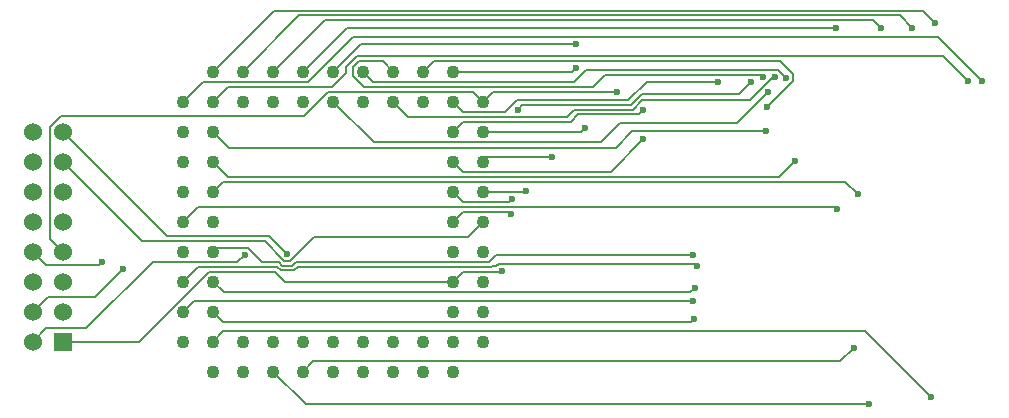
<source format=gbr>
%TF.GenerationSoftware,KiCad,Pcbnew,8.0.2-1*%
%TF.CreationDate,2024-05-11T10:02:20-04:00*%
%TF.ProjectId,Rom 01 IIgs RGBToHDMI,526f6d20-3031-4204-9949-677320524742,rev?*%
%TF.SameCoordinates,Original*%
%TF.FileFunction,Copper,L2,Bot*%
%TF.FilePolarity,Positive*%
%FSLAX46Y46*%
G04 Gerber Fmt 4.6, Leading zero omitted, Abs format (unit mm)*
G04 Created by KiCad (PCBNEW 8.0.2-1) date 2024-05-11 10:02:20*
%MOMM*%
%LPD*%
G01*
G04 APERTURE LIST*
%TA.AperFunction,ComponentPad*%
%ADD10R,1.524000X1.524000*%
%TD*%
%TA.AperFunction,ComponentPad*%
%ADD11C,1.524000*%
%TD*%
%TA.AperFunction,ComponentPad*%
%ADD12C,1.100000*%
%TD*%
%TA.AperFunction,ViaPad*%
%ADD13C,0.600000*%
%TD*%
%TA.AperFunction,Conductor*%
%ADD14C,0.200000*%
%TD*%
G04 APERTURE END LIST*
D10*
%TO.P,J1,1*%
%TO.N,Net-(U1-VID4)*%
X77470000Y-96520000D03*
D11*
%TO.P,J1,2*%
%TO.N,Net-(U1-VID8)*%
X74930000Y-96520000D03*
%TO.P,J1,3*%
%TO.N,Net-(U1-VID0)*%
X77470000Y-93980000D03*
%TO.P,J1,4*%
%TO.N,Net-(U1-VID5)*%
X74930000Y-93980000D03*
%TO.P,J1,5*%
%TO.N,Net-(U1-VID9)*%
X77470000Y-91440000D03*
%TO.P,J1,6*%
%TO.N,Net-(U1-VID1)*%
X74930000Y-91440000D03*
%TO.P,J1,7*%
%TO.N,Net-(U1-VSS)*%
X77470000Y-88900000D03*
%TO.P,J1,8*%
%TO.N,Net-(U1-VID6)*%
X74930000Y-88900000D03*
%TO.P,J1,9*%
%TO.N,Net-(U1-VID10)*%
X77470000Y-86360000D03*
%TO.P,J1,10*%
%TO.N,Net-(U1-VID2)*%
X74930000Y-86360000D03*
%TO.P,J1,11*%
%TO.N,Net-(U1-VID11)*%
X77470000Y-83820000D03*
%TO.P,J1,12*%
%TO.N,Net-(U1-COMP-SYN)*%
X74930000Y-83820000D03*
%TO.P,J1,13*%
%TO.N,Net-(U1-VID7)*%
X77470000Y-81280000D03*
%TO.P,J1,14*%
%TO.N,Net-(U1-COMP-SYN)*%
X74930000Y-81280000D03*
%TO.P,J1,15*%
%TO.N,Net-(U1-VID3)*%
X77470000Y-78740000D03*
%TO.P,J1,16*%
%TO.N,Net-(J1-Pad16)*%
X74930000Y-78740000D03*
%TD*%
D12*
%TO.P,U2,1,VID7*%
%TO.N,Net-(U1-VID7)*%
X113030000Y-86360000D03*
%TO.P,U2,2,VID8*%
%TO.N,Net-(U1-VID8)*%
X110490000Y-86360000D03*
%TO.P,U2,3,VID9*%
%TO.N,Net-(U1-VID9)*%
X113030000Y-83820000D03*
%TO.P,U2,4,VID10*%
%TO.N,Net-(U1-VID10)*%
X110490000Y-83820000D03*
%TO.P,U2,5,VID11*%
%TO.N,Net-(U1-VID11)*%
X113030000Y-81280000D03*
%TO.P,U2,6,COMP-SYN*%
%TO.N,Net-(U1-COMP-SYN)*%
X110490000Y-81280000D03*
%TO.P,U2,7,MONO-COLOR*%
%TO.N,Net-(U1-MONO-COLOR)*%
X113030000Y-78740000D03*
%TO.P,U2,8,VDD*%
%TO.N,Net-(J1-Pad16)*%
X110490000Y-78740000D03*
%TO.P,U2,9,VSS*%
%TO.N,Net-(U1-VSS)*%
X113030000Y-76200000D03*
%TO.P,U2,10,14M*%
%TO.N,Net-(U1-14M)*%
X110490000Y-73660000D03*
%TO.P,U2,11,28M*%
%TO.N,Net-(U1-28M)*%
X110490000Y-76200000D03*
%TO.P,U2,12,AD7*%
%TO.N,Net-(U1-AD7)*%
X107950000Y-73660000D03*
%TO.P,U2,13,AD6*%
%TO.N,Net-(U1-AD6)*%
X107950000Y-76200000D03*
%TO.P,U2,14,AD5*%
%TO.N,Net-(U1-AD5)*%
X105410000Y-73660000D03*
%TO.P,U2,15,AD4*%
%TO.N,Net-(U1-AD4)*%
X105410000Y-76200000D03*
%TO.P,U2,16,AD3*%
%TO.N,Net-(U1-AD3)*%
X102870000Y-73660000D03*
%TO.P,U2,17,AD2*%
%TO.N,Net-(U1-AD2)*%
X102870000Y-76200000D03*
%TO.P,U2,18,AD1*%
%TO.N,Net-(U1-AD1)*%
X100330000Y-73660000D03*
%TO.P,U2,19,AD0*%
%TO.N,Net-(U1-AD0)*%
X100330000Y-76200000D03*
%TO.P,U2,20,RGB8*%
%TO.N,Net-(U1-RGB8)*%
X97790000Y-73660000D03*
%TO.P,U2,21,RGB4*%
%TO.N,Net-(U1-RGB4)*%
X97790000Y-76200000D03*
%TO.P,U2,22,RGB2*%
%TO.N,Net-(U1-RGB2)*%
X95250000Y-73660000D03*
%TO.P,U2,23,RGB1*%
%TO.N,Net-(U1-RGB1)*%
X95250000Y-76200000D03*
%TO.P,U2,24,BD0*%
%TO.N,Net-(U1-BD0)*%
X92710000Y-73660000D03*
%TO.P,U2,25,BD1*%
%TO.N,Net-(U1-BD1)*%
X92710000Y-76200000D03*
%TO.P,U2,26,BD2*%
%TO.N,Net-(U1-BD2)*%
X90170000Y-73660000D03*
%TO.P,U2,27,BD3*%
%TO.N,Net-(U1-BD3)*%
X87630000Y-76200000D03*
%TO.P,U2,28,BD4*%
%TO.N,Net-(U1-BD4)*%
X90170000Y-76200000D03*
%TO.P,U2,29,DB5*%
%TO.N,Net-(U1-DB5)*%
X87630000Y-78740000D03*
%TO.P,U2,30,BD6*%
%TO.N,Net-(U1-BD6)*%
X90170000Y-78740000D03*
%TO.P,U2,31,BD7*%
%TO.N,Net-(U1-BD7)*%
X87630000Y-81280000D03*
%TO.P,U2,32,RA0*%
%TO.N,Net-(U1-RA0)*%
X90170000Y-81280000D03*
%TO.P,U2,33,RA1*%
%TO.N,Net-(U1-RA1)*%
X87630000Y-83820000D03*
%TO.P,U2,34,RA2*%
%TO.N,Net-(U1-RA2)*%
X90170000Y-83820000D03*
%TO.P,U2,35,RA3*%
%TO.N,Net-(U1-RA3)*%
X87630000Y-86360000D03*
%TO.P,U2,36,RA4*%
%TO.N,Net-(U1-RA4)*%
X90170000Y-86360000D03*
%TO.P,U2,37,RA5*%
%TO.N,Net-(U1-RA5)*%
X87630000Y-88900000D03*
%TO.P,U2,38,RA6*%
%TO.N,Net-(U1-RA6)*%
X90170000Y-88900000D03*
%TO.P,U2,39,RA7*%
%TO.N,Net-(U1-RA7)*%
X87630000Y-91440000D03*
%TO.P,U2,40,EXTIRQ*%
%TO.N,Net-(U1-EXTIRQ)*%
X90170000Y-91440000D03*
%TO.P,U2,41,IRQ*%
%TO.N,Net-(U1-IRQ)*%
X87630000Y-93980000D03*
%TO.P,U2,42,TEST*%
%TO.N,Net-(U1-TEST)*%
X90170000Y-93980000D03*
%TO.P,U2,43,SYNC*%
%TO.N,Net-(U1-SYNC)*%
X87630000Y-96520000D03*
%TO.P,U2,44,PDC*%
%TO.N,Net-(U1-PDC)*%
X90170000Y-99060000D03*
%TO.P,U2,45,PH0*%
%TO.N,Net-(U1-PH0)*%
X90170000Y-96520000D03*
%TO.P,U2,46,R/\u002AW*%
%TO.N,Net-(U1-R{slash}\u002AW)*%
X92710000Y-99060000D03*
%TO.P,U2,47,RESET*%
%TO.N,Net-(U1-RESET)*%
X92710000Y-96520000D03*
%TO.P,U2,48,FLIP7*%
%TO.N,Net-(U1-FLIP7)*%
X95250000Y-99060000D03*
%TO.P,U2,49,FLIP6*%
%TO.N,Net-(U1-FLIP6)*%
X95250000Y-96520000D03*
%TO.P,U2,50,A12*%
%TO.N,Net-(U1-A12)*%
X97790000Y-99060000D03*
%TO.P,U2,51,HDSEL*%
%TO.N,Net-(U1-HDSEL)*%
X97790000Y-96520000D03*
%TO.P,U2,52,VBL*%
%TO.N,Net-(U1-VBL)*%
X100330000Y-99060000D03*
%TO.P,U2,53,M2SEL/CA*%
%TO.N,Net-(U1-M2SEL{slash}CA)*%
X100330000Y-96520000D03*
%TO.P,U2,54,CLKCS*%
%TO.N,Net-(U1-CLKCS)*%
X102870000Y-99060000D03*
%TO.P,U2,55,DATA*%
%TO.N,Net-(U1-DATA)*%
X102870000Y-96520000D03*
%TO.P,U2,56,CLK*%
%TO.N,Net-(U1-CLK)*%
X105410000Y-99060000D03*
%TO.P,U2,57,1SEC*%
%TO.N,Net-(U1-1SEC)*%
X105410000Y-96520000D03*
%TO.P,U2,58,VDD*%
%TO.N,Net-(U1-VDD-Pad58)*%
X107950000Y-99060000D03*
%TO.P,U2,59,VDD*%
%TO.N,Net-(U1-VDD-Pad59)*%
X107950000Y-96520000D03*
%TO.P,U2,60,STRETCH*%
%TO.N,Net-(U1-STRETCH)*%
X110490000Y-99060000D03*
%TO.P,U2,61,EN35*%
%TO.N,Net-(U1-EN35)*%
X113030000Y-96520000D03*
%TO.P,U2,62,VID0*%
%TO.N,Net-(U1-VID0)*%
X110490000Y-96520000D03*
%TO.P,U2,63,VID1*%
%TO.N,Net-(U1-VID1)*%
X113030000Y-93980000D03*
%TO.P,U2,64,VID2*%
%TO.N,Net-(U1-VID2)*%
X110490000Y-93980000D03*
%TO.P,U2,65,VID3*%
%TO.N,Net-(U1-VID3)*%
X113030000Y-91440000D03*
%TO.P,U2,66,VID4*%
%TO.N,Net-(U1-VID4)*%
X110490000Y-91440000D03*
%TO.P,U2,67,VID5*%
%TO.N,Net-(U1-VID5)*%
X113030000Y-88900000D03*
%TO.P,U2,68,VID6*%
%TO.N,Net-(U1-VID6)*%
X110490000Y-88900000D03*
%TD*%
D13*
%TO.N,Net-(U1-BD3)*%
X155268600Y-74440500D03*
%TO.N,Net-(U1-AD3)*%
X138700700Y-74158500D03*
%TO.N,Net-(U1-EXTIRQ)*%
X130969700Y-91945300D03*
%TO.N,Net-(U1-BD2)*%
X151283200Y-69525300D03*
%TO.N,Net-(U1-RA7)*%
X131146100Y-90115600D03*
%TO.N,Net-(U1-BD4)*%
X154107900Y-74430000D03*
%TO.N,Net-(U1-AD6)*%
X115950000Y-76860600D03*
X135753400Y-74528800D03*
%TO.N,Net-(U1-RA0)*%
X139419900Y-81221500D03*
%TO.N,Net-(U1-AD7)*%
X137062600Y-76678500D03*
%TO.N,Net-(U1-AD4)*%
X137767300Y-74090300D03*
%TO.N,Net-(U1-BD6)*%
X136952800Y-78702600D03*
%TO.N,Net-(U1-AD5)*%
X136711600Y-74102300D03*
%TO.N,Net-(U1-14M)*%
X120871600Y-73349500D03*
%TO.N,Net-(U1-RA2)*%
X144796500Y-84055600D03*
%TO.N,Net-(U1-BD0)*%
X149352900Y-69923600D03*
%TO.N,Net-(U1-RGB2)*%
X146705900Y-69963300D03*
%TO.N,Net-(U1-RA6)*%
X130780600Y-89162900D03*
%TO.N,Net-(U1-TEST)*%
X130909000Y-94604400D03*
%TO.N,Net-(U1-AD0)*%
X137154600Y-75404300D03*
%TO.N,Net-(U1-A12)*%
X144461600Y-97023000D03*
%TO.N,Net-(U1-FLIP7)*%
X145723500Y-101835700D03*
%TO.N,Net-(U1-MONO-COLOR)*%
X121651700Y-78453500D03*
%TO.N,Net-(U1-RGB8)*%
X142876600Y-69932400D03*
%TO.N,Net-(U1-RA3)*%
X143018800Y-85299000D03*
%TO.N,Net-(U1-PH0)*%
X150951800Y-101193300D03*
%TO.N,Net-(U1-AD1)*%
X120925400Y-71330300D03*
%TO.N,Net-(U1-IRQ)*%
X130806800Y-93045000D03*
%TO.N,Net-(U1-28M)*%
X132886200Y-74510400D03*
%TO.N,Net-(U1-VID4)*%
X114605900Y-90526700D03*
%TO.N,Net-(J1-Pad16)*%
X126587900Y-76890500D03*
%TO.N,Net-(U1-VID11)*%
X118850400Y-80913700D03*
%TO.N,Net-(U1-VID10)*%
X115482900Y-84436400D03*
%TO.N,Net-(U1-VSS)*%
X124412100Y-75370000D03*
%TO.N,Net-(U1-VID8)*%
X92836400Y-89165600D03*
X115366500Y-85720500D03*
%TO.N,Net-(U1-COMP-SYN)*%
X126607900Y-79385400D03*
%TO.N,Net-(U1-VID9)*%
X116700800Y-83752100D03*
%TO.N,Net-(U1-VID5)*%
X82542400Y-90371100D03*
%TO.N,Net-(U1-VID6)*%
X80740100Y-89759900D03*
%TO.N,Net-(U1-VID3)*%
X96464900Y-89066200D03*
%TD*%
D14*
%TO.N,Net-(U1-BD3)*%
X151549400Y-70721300D02*
X155268600Y-74440500D01*
X101994400Y-70721300D02*
X151549400Y-70721300D01*
X98196800Y-74518900D02*
X101994400Y-70721300D01*
X89311100Y-74518900D02*
X98196800Y-74518900D01*
X87630000Y-76200000D02*
X89311100Y-74518900D01*
%TO.N,Net-(U1-AD3)*%
X138030700Y-73488500D02*
X138700700Y-74158500D01*
X121733300Y-73488500D02*
X138030700Y-73488500D01*
X120698000Y-74523800D02*
X121733300Y-73488500D01*
X103733800Y-74523800D02*
X120698000Y-74523800D01*
X102870000Y-73660000D02*
X103733800Y-74523800D01*
%TO.N,Net-(U1-EXTIRQ)*%
X91063000Y-92333000D02*
X90170000Y-91440000D01*
X130582000Y-92333000D02*
X91063000Y-92333000D01*
X130969700Y-91945300D02*
X130582000Y-92333000D01*
%TO.N,Net-(U1-BD2)*%
X150248500Y-68490600D02*
X151283200Y-69525300D01*
X95339400Y-68490600D02*
X150248500Y-68490600D01*
X90170000Y-73660000D02*
X95339400Y-68490600D01*
%TO.N,Net-(U1-RA7)*%
X130955500Y-89925000D02*
X131146100Y-90115600D01*
X114356800Y-89925000D02*
X130955500Y-89925000D01*
X114156800Y-90125000D02*
X114356800Y-89925000D01*
X113772500Y-90125000D02*
X114156800Y-90125000D01*
X113713900Y-90183600D02*
X113772500Y-90125000D01*
X97334400Y-90183600D02*
X113713900Y-90183600D01*
X97046700Y-90471300D02*
X97334400Y-90183600D01*
X95883200Y-90471300D02*
X97046700Y-90471300D01*
X95595500Y-90183600D02*
X95883200Y-90471300D01*
X88886400Y-90183600D02*
X95595500Y-90183600D01*
X87630000Y-91440000D02*
X88886400Y-90183600D01*
%TO.N,Net-(U1-BD4)*%
X91445700Y-74924300D02*
X90170000Y-76200000D01*
X91445700Y-74924200D02*
X91445700Y-74924300D01*
X100270400Y-74924200D02*
X91445700Y-74924200D01*
X101395900Y-73798700D02*
X100270400Y-74924200D01*
X101395900Y-73292900D02*
X101395900Y-73798700D01*
X102395300Y-72293500D02*
X101395900Y-73292900D01*
X151971400Y-72293500D02*
X102395300Y-72293500D01*
X154107900Y-74430000D02*
X151971400Y-72293500D01*
%TO.N,Net-(U1-AD6)*%
X116333700Y-76476900D02*
X115950000Y-76860600D01*
X125519800Y-76476900D02*
X116333700Y-76476900D01*
X126456100Y-75540600D02*
X125519800Y-76476900D01*
X134741600Y-75540600D02*
X126456100Y-75540600D01*
X135753400Y-74528800D02*
X134741600Y-75540600D01*
%TO.N,Net-(U1-RA0)*%
X91432700Y-82542700D02*
X90170000Y-81280000D01*
X138098700Y-82542700D02*
X91432700Y-82542700D01*
X139419900Y-81221500D02*
X138098700Y-82542700D01*
%TO.N,Net-(U1-AD7)*%
X139302500Y-74438600D02*
X137062600Y-76678500D01*
X139302500Y-73890500D02*
X139302500Y-74438600D01*
X138147000Y-72735000D02*
X139302500Y-73890500D01*
X108875000Y-72735000D02*
X138147000Y-72735000D01*
X107950000Y-73660000D02*
X108875000Y-72735000D01*
%TO.N,Net-(U1-AD4)*%
X137617800Y-74090300D02*
X137767300Y-74090300D01*
X135620300Y-76087800D02*
X137617800Y-74090300D01*
X126483600Y-76087800D02*
X135620300Y-76087800D01*
X125691300Y-76880100D02*
X126483600Y-76087800D01*
X120695000Y-76880100D02*
X125691300Y-76880100D01*
X120105000Y-77470100D02*
X120695000Y-76880100D01*
X106680100Y-77470100D02*
X120105000Y-77470100D01*
X105410000Y-76200000D02*
X106680100Y-77470100D01*
%TO.N,Net-(U1-BD6)*%
X125621000Y-78702600D02*
X136952800Y-78702600D01*
X124244700Y-80078900D02*
X125621000Y-78702600D01*
X91508900Y-80078900D02*
X124244700Y-80078900D01*
X90170000Y-78740000D02*
X91508900Y-80078900D01*
%TO.N,Net-(U1-AD5)*%
X104544500Y-72794500D02*
X105410000Y-73660000D01*
X102497700Y-72794500D02*
X104544500Y-72794500D01*
X102013200Y-73279000D02*
X102497700Y-72794500D01*
X102013200Y-74018700D02*
X102013200Y-73279000D01*
X102933900Y-74939400D02*
X102013200Y-74018700D01*
X122326400Y-74939400D02*
X102933900Y-74939400D01*
X123365500Y-73900300D02*
X122326400Y-74939400D01*
X136509600Y-73900300D02*
X123365500Y-73900300D01*
X136711600Y-74102300D02*
X136509600Y-73900300D01*
%TO.N,Net-(U1-14M)*%
X120561100Y-73660000D02*
X120871600Y-73349500D01*
X110490000Y-73660000D02*
X120561100Y-73660000D01*
%TO.N,Net-(U1-RA2)*%
X143697300Y-82956400D02*
X144796500Y-84055600D01*
X91033600Y-82956400D02*
X143697300Y-82956400D01*
X90170000Y-83820000D02*
X91033600Y-82956400D01*
%TO.N,Net-(U1-BD0)*%
X148326200Y-68896900D02*
X149352900Y-69923600D01*
X97473100Y-68896900D02*
X148326200Y-68896900D01*
X92710000Y-73660000D02*
X97473100Y-68896900D01*
%TO.N,Net-(U1-RGB2)*%
X146044800Y-69302200D02*
X146705900Y-69963300D01*
X99607800Y-69302200D02*
X146044800Y-69302200D01*
X95250000Y-73660000D02*
X99607800Y-69302200D01*
%TO.N,Net-(U1-RA6)*%
X114166600Y-89162900D02*
X130780600Y-89162900D01*
X113547600Y-89781900D02*
X114166600Y-89162900D01*
X97168100Y-89781900D02*
X113547600Y-89781900D01*
X96880400Y-90069600D02*
X97168100Y-89781900D01*
X96049500Y-90069600D02*
X96880400Y-90069600D01*
X95761800Y-89781900D02*
X96049500Y-90069600D01*
X94341700Y-89781900D02*
X95761800Y-89781900D01*
X93104700Y-88544900D02*
X94341700Y-89781900D01*
X90525100Y-88544900D02*
X93104700Y-88544900D01*
X90170000Y-88900000D02*
X90525100Y-88544900D01*
%TO.N,Net-(U1-TEST)*%
X130673700Y-94839700D02*
X130909000Y-94604400D01*
X91029700Y-94839700D02*
X130673700Y-94839700D01*
X90170000Y-93980000D02*
X91029700Y-94839700D01*
%TO.N,Net-(U1-AD0)*%
X134525200Y-78033700D02*
X137154600Y-75404300D01*
X124635200Y-78033700D02*
X134525200Y-78033700D01*
X123035200Y-79633700D02*
X124635200Y-78033700D01*
X103763700Y-79633700D02*
X123035200Y-79633700D01*
X100330000Y-76200000D02*
X103763700Y-79633700D01*
%TO.N,Net-(U1-A12)*%
X143292400Y-98192200D02*
X144461600Y-97023000D01*
X98657800Y-98192200D02*
X143292400Y-98192200D01*
X97790000Y-99060000D02*
X98657800Y-98192200D01*
%TO.N,Net-(U1-FLIP7)*%
X98025700Y-101835700D02*
X145723500Y-101835700D01*
X95250000Y-99060000D02*
X98025700Y-101835700D01*
%TO.N,Net-(U1-MONO-COLOR)*%
X121365200Y-78740000D02*
X121651700Y-78453500D01*
X113030000Y-78740000D02*
X121365200Y-78740000D01*
%TO.N,Net-(U1-RGB8)*%
X101517600Y-69932400D02*
X142876600Y-69932400D01*
X97790000Y-73660000D02*
X101517600Y-69932400D01*
%TO.N,Net-(U1-RA3)*%
X142800900Y-85081100D02*
X143018800Y-85299000D01*
X88908900Y-85081100D02*
X142800900Y-85081100D01*
X87630000Y-86360000D02*
X88908900Y-85081100D01*
%TO.N,Net-(U1-PH0)*%
X145410400Y-95651900D02*
X150951800Y-101193300D01*
X91038100Y-95651900D02*
X145410400Y-95651900D01*
X90170000Y-96520000D02*
X91038100Y-95651900D01*
%TO.N,Net-(U1-AD1)*%
X102659700Y-71330300D02*
X120925400Y-71330300D01*
X100330000Y-73660000D02*
X102659700Y-71330300D01*
%TO.N,Net-(U1-IRQ)*%
X88565000Y-93045000D02*
X130806800Y-93045000D01*
X87630000Y-93980000D02*
X88565000Y-93045000D01*
%TO.N,Net-(U1-28M)*%
X111350200Y-77060200D02*
X110490000Y-76200000D01*
X114899600Y-77060200D02*
X111350200Y-77060200D01*
X115884700Y-76075100D02*
X114899600Y-77060200D01*
X125344700Y-76075100D02*
X115884700Y-76075100D01*
X126909400Y-74510400D02*
X125344700Y-76075100D01*
X132886200Y-74510400D02*
X126909400Y-74510400D01*
%TO.N,Net-(U1-VID4)*%
X111342500Y-90587500D02*
X110490000Y-91440000D01*
X114545100Y-90587500D02*
X111342500Y-90587500D01*
X114605900Y-90526700D02*
X114545100Y-90587500D01*
X96283900Y-91440000D02*
X110490000Y-91440000D01*
X95432200Y-90588300D02*
X96283900Y-91440000D01*
X89817200Y-90588300D02*
X95432200Y-90588300D01*
X83885500Y-96520000D02*
X89817200Y-90588300D01*
X77470000Y-96520000D02*
X83885500Y-96520000D01*
%TO.N,Net-(J1-Pad16)*%
X126196600Y-77281800D02*
X126587900Y-76890500D01*
X121061500Y-77281800D02*
X126196600Y-77281800D01*
X120464700Y-77878600D02*
X121061500Y-77281800D01*
X111351400Y-77878600D02*
X120464700Y-77878600D01*
X110490000Y-78740000D02*
X111351400Y-77878600D01*
%TO.N,Net-(U1-VID11)*%
X113396300Y-80913700D02*
X118850400Y-80913700D01*
X113030000Y-81280000D02*
X113396300Y-80913700D01*
%TO.N,Net-(U1-VID10)*%
X115243800Y-84675500D02*
X115482900Y-84436400D01*
X111345500Y-84675500D02*
X115243800Y-84675500D01*
X110490000Y-83820000D02*
X111345500Y-84675500D01*
%TO.N,Net-(U1-VSS)*%
X76401900Y-87831900D02*
X77470000Y-88900000D01*
X76401900Y-78300500D02*
X76401900Y-87831900D01*
X77276900Y-77425500D02*
X76401900Y-78300500D01*
X97851800Y-77425500D02*
X77276900Y-77425500D01*
X99929000Y-75348300D02*
X97851800Y-77425500D01*
X112178300Y-75348300D02*
X99929000Y-75348300D01*
X113030000Y-76200000D02*
X112178300Y-75348300D01*
X113860000Y-75370000D02*
X124412100Y-75370000D01*
X113030000Y-76200000D02*
X113860000Y-75370000D01*
%TO.N,Net-(U1-VID8)*%
X76058500Y-95391500D02*
X74930000Y-96520000D01*
X79441300Y-95391500D02*
X76058500Y-95391500D01*
X85067000Y-89765800D02*
X79441300Y-95391500D01*
X92236200Y-89765800D02*
X85067000Y-89765800D01*
X92836400Y-89165600D02*
X92236200Y-89765800D01*
X115154300Y-85508300D02*
X115366500Y-85720500D01*
X111341700Y-85508300D02*
X115154300Y-85508300D01*
X110490000Y-86360000D02*
X111341700Y-85508300D01*
%TO.N,Net-(U1-COMP-SYN)*%
X123859300Y-82134000D02*
X126607900Y-79385400D01*
X111344000Y-82134000D02*
X123859300Y-82134000D01*
X110490000Y-81280000D02*
X111344000Y-82134000D01*
%TO.N,Net-(U1-VID9)*%
X116632900Y-83820000D02*
X116700800Y-83752100D01*
X113030000Y-83820000D02*
X116632900Y-83820000D01*
%TO.N,Net-(U1-VID5)*%
X80203500Y-92710000D02*
X82542400Y-90371100D01*
X76200000Y-92710000D02*
X80203500Y-92710000D01*
X74930000Y-93980000D02*
X76200000Y-92710000D01*
%TO.N,Net-(U1-VID7)*%
X111760000Y-87630000D02*
X113030000Y-86360000D01*
X98751900Y-87630000D02*
X111760000Y-87630000D01*
X98751900Y-87630100D02*
X98751900Y-87630000D01*
X96714100Y-89667900D02*
X98751900Y-87630100D01*
X96215800Y-89667900D02*
X96714100Y-89667900D01*
X94541700Y-87993800D02*
X96215800Y-89667900D01*
X84183800Y-87993800D02*
X94541700Y-87993800D01*
X77470000Y-81280000D02*
X84183800Y-87993800D01*
%TO.N,Net-(U1-VID6)*%
X76027700Y-89997700D02*
X74930000Y-88900000D01*
X80502300Y-89997700D02*
X76027700Y-89997700D01*
X80740100Y-89759900D02*
X80502300Y-89997700D01*
%TO.N,Net-(U1-VID3)*%
X94942100Y-87543400D02*
X96464900Y-89066200D01*
X86273400Y-87543400D02*
X94942100Y-87543400D01*
X77470000Y-78740000D02*
X86273400Y-87543400D01*
%TD*%
M02*

</source>
